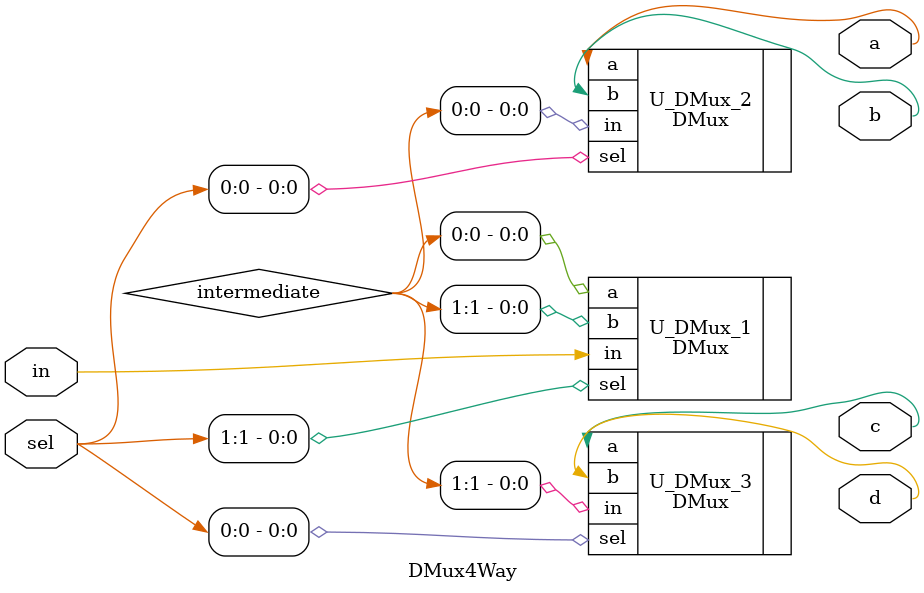
<source format=v>
`ifndef DMUX4WAY_V
`define DMUX4WAY_V

`include "DMux.v"

module DMux4Way(a, b, c, d, in, sel);

    input in;
    input [1:0] sel;

    output a;
    output b;
    output c;
    output d;

    wire [1:0] intermediate;

    DMux U_DMux_1(.a(intermediate[0]), .b(intermediate[1]), .in(in), .sel(sel[1]));
    DMux U_DMux_2(.a(a), .b(b), .in(intermediate[0]), .sel(sel[0]));
    DMux U_DMux_3(.a(c), .b(d), .in(intermediate[1]), .sel(sel[0]));

endmodule

`endif
</source>
